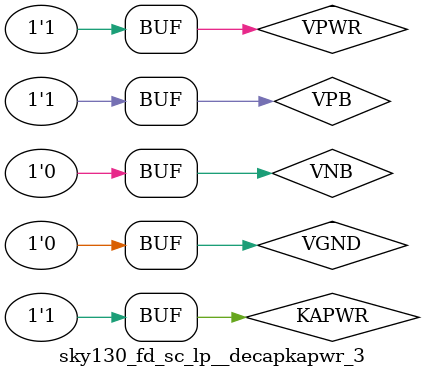
<source format=v>
/*
 * Copyright 2020 The SkyWater PDK Authors
 *
 * Licensed under the Apache License, Version 2.0 (the "License");
 * you may not use this file except in compliance with the License.
 * You may obtain a copy of the License at
 *
 *     https://www.apache.org/licenses/LICENSE-2.0
 *
 * Unless required by applicable law or agreed to in writing, software
 * distributed under the License is distributed on an "AS IS" BASIS,
 * WITHOUT WARRANTIES OR CONDITIONS OF ANY KIND, either express or implied.
 * See the License for the specific language governing permissions and
 * limitations under the License.
 *
 * SPDX-License-Identifier: Apache-2.0
*/


`ifndef SKY130_FD_SC_LP__DECAPKAPWR_3_TIMING_V
`define SKY130_FD_SC_LP__DECAPKAPWR_3_TIMING_V

/**
 * decapkapwr: Decoupling capacitance filler on keep-alive rail.
 *
 * Verilog simulation timing model.
 */

`timescale 1ns / 1ps
`default_nettype none

`celldefine
module sky130_fd_sc_lp__decapkapwr_3 ();

    // Module supplies
    supply1 KAPWR;
    supply1 VPWR ;
    supply0 VGND ;
    supply1 VPB  ;
    supply0 VNB  ;
     // No contents.
endmodule
`endcelldefine

`default_nettype wire
`endif  // SKY130_FD_SC_LP__DECAPKAPWR_3_TIMING_V

</source>
